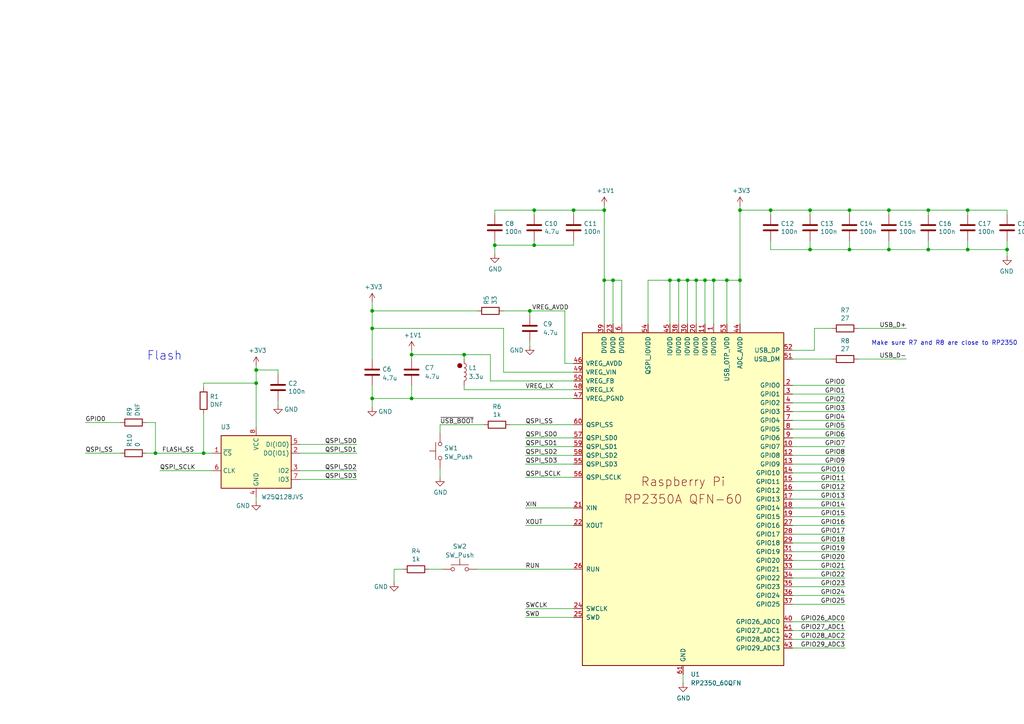
<source format=kicad_sch>
(kicad_sch (version 20231120) (generator "eeschema") (generator_version "8.0")
  (paper "A4")
  (title_block (title "Valera-2350A") (date "2025-01-30") (rev "1.0") (company "Mikhail Matveev") (comment 1 "https://github.com/xtremespb/frank"))
  (junction (at 320.675 207.01))
  (junction (at 257.81 60.96))
  (junction (at 153.67 90.17))
  (junction (at 209.55 327.66))
  (junction (at 119.38 102.87))
  (junction (at 209.55 335.28))
  (junction (at 194.31 81.28))
  (junction (at 280.67 72.39))
  (junction (at 209.55 325.12))
  (junction (at 175.26 81.28))
  (junction (at 154.94 71.12))
  (junction (at 214.63 60.96))
  (junction (at 281.94 340.36))
  (junction (at 209.55 322.58))
  (junction (at 196.85 81.28))
  (junction (at 88.265 229.87))
  (junction (at 167.64 251.46))
  (junction (at 134.62 102.87))
  (junction (at 149.86 267.97))
  (junction (at 119.38 115.57))
  (junction (at 223.52 60.96))
  (junction (at 209.55 330.2))
  (junction (at 210.82 81.28))
  (junction (at 66.675 240.03))
  (junction (at 154.94 60.96))
  (junction (at 207.01 81.28))
  (junction (at 281.94 332.74))
  (junction (at 269.24 72.39))
  (junction (at 281.94 312.42))
  (junction (at 281.94 322.58))
  (junction (at 292.1 72.39))
  (junction (at 281.94 304.8))
  (junction (at 281.94 335.28))
  (junction (at 246.38 72.39))
  (junction (at 209.55 320.04))
  (junction (at 204.47 81.28))
  (junction (at 74.295 107.315))
  (junction (at 209.55 307.34))
  (junction (at 199.39 81.28))
  (junction (at 281.94 342.9))
  (junction (at 175.26 60.96))
  (junction (at 74.295 111.125))
  (junction (at 107.95 115.57))
  (junction (at 281.94 314.96))
  (junction (at 280.67 60.96))
  (junction (at 281.94 317.5))
  (junction (at 257.81 72.39))
  (junction (at 269.24 60.96))
  (junction (at 209.55 317.5))
  (junction (at 209.55 314.96))
  (junction (at 177.8 251.46))
  (junction (at 166.37 60.96))
  (junction (at 281.94 337.82))
  (junction (at 281.94 330.2))
  (junction (at 281.94 309.88))
  (junction (at 209.55 342.9))
  (junction (at 209.55 332.74))
  (junction (at 209.55 304.8))
  (junction (at 281.94 307.34))
  (junction (at 209.55 302.26))
  (junction (at 281.94 325.12))
  (junction (at 234.95 60.96))
  (junction (at 88.265 240.03))
  (junction (at 209.55 337.82))
  (junction (at 234.95 72.39))
  (junction (at 214.63 81.28))
  (junction (at 281.94 320.04))
  (junction (at 107.95 90.17))
  (junction (at 209.55 340.36))
  (junction (at 177.8 81.28))
  (junction (at 246.38 60.96))
  (junction (at 59.055 131.445))
  (junction (at 45.085 131.445))
  (junction (at 281.94 302.26))
  (junction (at 281.94 327.66))
  (junction (at 213.36 251.46))
  (junction (at 209.55 309.88))
  (junction (at 201.93 81.28))
  (junction (at 107.95 95.25))
  (junction (at 143.51 71.12))
  (junction (at 209.55 312.42))
  (no_connect (at 160.02 261.62))
  (wire (pts (xy 229.87 127) (xy 245.11 127)))
  (wire (pts (xy 153.67 100.33) (xy 153.67 99.06)))
  (wire (pts (xy 24.765 122.555) (xy 34.925 122.555)))
  (wire (pts (xy 146.05 95.25) (xy 146.05 107.95)))
  (wire (pts (xy 281.94 330.2) (xy 281.94 332.74)))
  (wire (pts (xy 229.87 185.42) (xy 245.11 185.42)))
  (wire (pts (xy 281.94 314.96) (xy 281.94 317.5)))
  (wire (pts (xy 236.22 322.58) (xy 223.52 322.58)))
  (wire (pts (xy 267.97 325.12) (xy 255.27 325.12)))
  (wire (pts (xy 209.55 337.82) (xy 209.55 340.36)))
  (wire (pts (xy 320.675 198.12) (xy 320.675 207.01)))
  (wire (pts (xy 154.94 60.96) (xy 166.37 60.96)))
  (wire (pts (xy 267.97 309.88) (xy 255.27 309.88)))
  (wire (pts (xy 229.87 129.54) (xy 245.11 129.54)))
  (wire (pts (xy 213.36 251.46) (xy 213.36 250.19)))
  (wire (pts (xy 267.97 335.28) (xy 255.27 335.28)))
  (wire (pts (xy 88.265 231.14) (xy 88.265 229.87)))
  (wire (pts (xy 234.95 62.23) (xy 234.95 60.96)))
  (wire (pts (xy 234.95 69.85) (xy 234.95 72.39)))
  (wire (pts (xy 163.83 90.17) (xy 163.83 105.41)))
  (wire (pts (xy 236.22 327.66) (xy 223.52 327.66)))
  (wire (pts (xy 207.01 81.28) (xy 210.82 81.28)))
  (wire (pts (xy 154.94 62.23) (xy 154.94 60.96)))
  (wire (pts (xy 166.37 138.43) (xy 152.4 138.43)))
  (wire (pts (xy 154.94 71.12) (xy 166.37 71.12)))
  (wire (pts (xy 149.86 266.7) (xy 149.86 267.97)))
  (wire (pts (xy 229.87 167.64) (xy 245.11 167.64)))
  (wire (pts (xy 281.94 342.9) (xy 281.94 345.44)))
  (wire (pts (xy 229.87 111.76) (xy 245.11 111.76)))
  (wire (pts (xy 143.51 69.85) (xy 143.51 71.12)))
  (wire (pts (xy 167.64 250.19) (xy 167.64 251.46)))
  (wire (pts (xy 153.67 90.17) (xy 163.83 90.17)))
  (wire (pts (xy 281.94 332.74) (xy 281.94 335.28)))
  (wire (pts (xy 229.87 162.56) (xy 245.11 162.56)))
  (wire (pts (xy 236.22 332.74) (xy 223.52 332.74)))
  (wire (pts (xy 281.94 309.88) (xy 281.94 312.42)))
  (wire (pts (xy 209.55 342.9) (xy 209.55 345.44)))
  (wire (pts (xy 246.38 62.23) (xy 246.38 60.96)))
  (wire (pts (xy 127.635 123.19) (xy 127.635 125.73)))
  (wire (pts (xy 166.37 176.53) (xy 152.4 176.53)))
  (wire (pts (xy 267.97 322.58) (xy 255.27 322.58)))
  (wire (pts (xy 107.95 90.17) (xy 107.95 95.25)))
  (wire (pts (xy 223.52 62.23) (xy 223.52 60.96)))
  (wire (pts (xy 88.265 240.03) (xy 102.235 240.03)))
  (wire (pts (xy 281.94 307.34) (xy 281.94 309.88)))
  (wire (pts (xy 223.52 69.85) (xy 223.52 72.39)))
  (wire (pts (xy 107.95 95.25) (xy 146.05 95.25)))
  (wire (pts (xy 107.95 95.25) (xy 107.95 104.14)))
  (wire (pts (xy 210.82 335.28) (xy 209.55 335.28)))
  (wire (pts (xy 66.675 240.03) (xy 66.675 242.57)))
  (wire (pts (xy 267.97 330.2) (xy 255.27 330.2)))
  (wire (pts (xy 209.55 340.36) (xy 209.55 342.9)))
  (wire (pts (xy 199.39 93.98) (xy 199.39 81.28)))
  (wire (pts (xy 152.4 266.7) (xy 152.4 267.97)))
  (wire (pts (xy 209.55 317.5) (xy 209.55 320.04)))
  (wire (pts (xy 187.96 93.98) (xy 187.96 81.28)))
  (wire (pts (xy 46.355 136.525) (xy 61.595 136.525)))
  (wire (pts (xy 74.295 106.045) (xy 74.295 107.315)))
  (wire (pts (xy 66.675 229.87) (xy 66.675 240.03)))
  (wire (pts (xy 210.82 81.28) (xy 214.63 81.28)))
  (wire (pts (xy 257.81 60.96) (xy 269.24 60.96)))
  (wire (pts (xy 280.67 320.04) (xy 281.94 320.04)))
  (wire (pts (xy 69.215 229.87) (xy 66.675 229.87)))
  (wire (pts (xy 153.67 90.17) (xy 153.67 91.44)))
  (wire (pts (xy 269.24 72.39) (xy 257.81 72.39)))
  (wire (pts (xy 236.22 335.28) (xy 223.52 335.28)))
  (wire (pts (xy 229.87 175.26) (xy 245.11 175.26)))
  (wire (pts (xy 42.545 122.555) (xy 45.085 122.555)))
  (wire (pts (xy 201.93 81.28) (xy 204.47 81.28)))
  (wire (pts (xy 160.02 259.08) (xy 168.91 259.08)))
  (wire (pts (xy 234.95 72.39) (xy 223.52 72.39)))
  (wire (pts (xy 269.24 69.85) (xy 269.24 72.39)))
  (wire (pts (xy 175.26 60.96) (xy 175.26 81.28)))
  (wire (pts (xy 196.85 81.28) (xy 199.39 81.28)))
  (wire (pts (xy 281.94 322.58) (xy 281.94 325.12)))
  (wire (pts (xy 280.67 335.28) (xy 281.94 335.28)))
  (wire (pts (xy 229.87 139.7) (xy 245.11 139.7)))
  (wire (pts (xy 201.93 93.98) (xy 201.93 81.28)))
  (wire (pts (xy 59.055 111.125) (xy 74.295 111.125)))
  (wire (pts (xy 146.05 107.95) (xy 166.37 107.95)))
  (wire (pts (xy 280.67 342.9) (xy 281.94 342.9)))
  (wire (pts (xy 280.67 317.5) (xy 281.94 317.5)))
  (wire (pts (xy 199.39 81.28) (xy 201.93 81.28)))
  (wire (pts (xy 177.8 252.73) (xy 177.8 251.46)))
  (wire (pts (xy 280.67 312.42) (xy 281.94 312.42)))
  (wire (pts (xy 107.95 87.63) (xy 107.95 90.17)))
  (wire (pts (xy 210.82 327.66) (xy 209.55 327.66)))
  (wire (pts (xy 281.94 304.8) (xy 281.94 307.34)))
  (wire (pts (xy 107.95 115.57) (xy 119.38 115.57)))
  (wire (pts (xy 229.87 132.08) (xy 245.11 132.08)))
  (wire (pts (xy 116.84 165.1) (xy 114.3 165.1)))
  (wire (pts (xy 234.95 60.96) (xy 246.38 60.96)))
  (wire (pts (xy 59.055 112.395) (xy 59.055 111.125)))
  (wire (pts (xy 119.38 104.14) (xy 119.38 102.87)))
  (wire (pts (xy 236.22 344.17) (xy 236.22 342.9)))
  (wire (pts (xy 229.87 114.3) (xy 245.11 114.3)))
  (wire (pts (xy 86.995 139.065) (xy 103.505 139.065)))
  (wire (pts (xy 166.37 123.19) (xy 147.955 123.19)))
  (wire (pts (xy 143.51 62.23) (xy 143.51 60.96)))
  (wire (pts (xy 209.55 304.8) (xy 209.55 307.34)))
  (wire (pts (xy 107.95 111.76) (xy 107.95 115.57)))
  (wire (pts (xy 280.67 307.34) (xy 281.94 307.34)))
  (wire (pts (xy 327.66 205.74) (xy 327.66 207.01)))
  (wire (pts (xy 267.97 337.82) (xy 255.27 337.82)))
  (wire (pts (xy 236.22 325.12) (xy 223.52 325.12)))
  (wire (pts (xy 267.97 320.04) (xy 255.27 320.04)))
  (wire (pts (xy 281.94 320.04) (xy 281.94 322.58)))
  (wire (pts (xy 166.37 110.49) (xy 142.24 110.49)))
  (wire (pts (xy 59.055 120.015) (xy 59.055 131.445)))
  (wire (pts (xy 74.295 144.145) (xy 74.295 145.415)))
  (wire (pts (xy 281.94 299.72) (xy 281.94 302.26)))
  (wire (pts (xy 280.67 337.82) (xy 281.94 337.82)))
  (wire (pts (xy 229.87 172.72) (xy 245.11 172.72)))
  (wire (pts (xy 140.335 123.19) (xy 127.635 123.19)))
  (wire (pts (xy 309.88 200.66) (xy 322.58 200.66)))
  (wire (pts (xy 281.94 335.28) (xy 281.94 337.82)))
  (wire (pts (xy 267.97 304.8) (xy 255.27 304.8)))
  (wire (pts (xy 229.87 187.96) (xy 245.11 187.96)))
  (wire (pts (xy 248.92 104.14) (xy 262.89 104.14)))
  (wire (pts (xy 281.94 327.66) (xy 281.94 330.2)))
  (wire (pts (xy 175.26 81.28) (xy 175.26 93.98)))
  (wire (pts (xy 267.97 327.66) (xy 255.27 327.66)))
  (wire (pts (xy 267.97 302.26) (xy 255.27 302.26)))
  (wire (pts (xy 59.055 131.445) (xy 61.595 131.445)))
  (wire (pts (xy 280.67 299.72) (xy 281.94 299.72)))
  (wire (pts (xy 214.63 81.28) (xy 214.63 93.98)))
  (wire (pts (xy 119.38 101.6) (xy 119.38 102.87)))
  (wire (pts (xy 109.855 240.03) (xy 120.015 240.03)))
  (wire (pts (xy 76.835 240.03) (xy 88.265 240.03)))
  (wire (pts (xy 119.38 115.57) (xy 166.37 115.57)))
  (wire (pts (xy 236.22 314.96) (xy 223.52 314.96)))
  (wire (pts (xy 107.95 115.57) (xy 107.95 118.11)))
  (wire (pts (xy 167.64 251.46) (xy 177.8 251.46)))
  (wire (pts (xy 210.82 317.5) (xy 209.55 317.5)))
  (wire (pts (xy 69.215 240.03) (xy 66.675 240.03)))
  (wire (pts (xy 280.67 340.36) (xy 281.94 340.36)))
  (wire (pts (xy 107.95 90.17) (xy 138.43 90.17)))
  (wire (pts (xy 280.67 330.2) (xy 281.94 330.2)))
  (wire (pts (xy 74.295 111.125) (xy 74.295 123.825)))
  (wire (pts (xy 143.51 71.12) (xy 143.51 73.66)))
  (wire (pts (xy 204.47 81.28) (xy 207.01 81.28)))
  (wire (pts (xy 24.765 131.445) (xy 34.925 131.445)))
  (wire (pts (xy 236.22 337.82) (xy 223.52 337.82)))
  (wire (pts (xy 203.2 251.46) (xy 213.36 251.46)))
  (wire (pts (xy 210.82 299.72) (xy 209.55 299.72)))
  (wire (pts (xy 210.82 337.82) (xy 209.55 337.82)))
  (wire (pts (xy 229.87 170.18) (xy 245.11 170.18)))
  (wire (pts (xy 154.94 69.85) (xy 154.94 71.12)))
  (wire (pts (xy 269.24 60.96) (xy 280.67 60.96)))
  (wire (pts (xy 280.67 302.26) (xy 281.94 302.26)))
  (wire (pts (xy 280.67 322.58) (xy 281.94 322.58)))
  (wire (pts (xy 236.22 299.72) (xy 236.22 298.45)))
  (wire (pts (xy 281.94 337.82) (xy 281.94 340.36)))
  (wire (pts (xy 255.27 342.9) (xy 267.97 342.9)))
  (wire (pts (xy 74.295 107.315) (xy 74.295 111.125)))
  (wire (pts (xy 292.1 69.85) (xy 292.1 72.39)))
  (wire (pts (xy 42.545 131.445) (xy 45.085 131.445)))
  (wire (pts (xy 86.995 136.525) (xy 103.505 136.525)))
  (wire (pts (xy 152.4 147.32) (xy 166.37 147.32)))
  (wire (pts (xy 198.12 195.58) (xy 198.12 198.12)))
  (wire (pts (xy 152.4 132.08) (xy 166.37 132.08)))
  (wire (pts (xy 81.915 234.95) (xy 83.185 234.95)))
  (wire (pts (xy 281.94 317.5) (xy 281.94 320.04)))
  (wire (pts (xy 177.8 260.35) (xy 177.8 261.62)))
  (wire (pts (xy 180.34 81.28) (xy 180.34 93.98)))
  (wire (pts (xy 194.31 93.98) (xy 194.31 81.28)))
  (wire (pts (xy 229.87 182.88) (xy 245.11 182.88)))
  (wire (pts (xy 229.87 116.84) (xy 245.11 116.84)))
  (wire (pts (xy 143.51 60.96) (xy 154.94 60.96)))
  (wire (pts (xy 142.24 110.49) (xy 142.24 102.87)))
  (wire (pts (xy 267.97 299.72) (xy 255.27 299.72)))
  (wire (pts (xy 280.67 332.74) (xy 281.94 332.74)))
  (wire (pts (xy 236.22 342.9) (xy 223.52 342.9)))
  (wire (pts (xy 80.645 107.315) (xy 74.295 107.315)))
  (wire (pts (xy 209.55 302.26) (xy 209.55 304.8)))
  (wire (pts (xy 229.87 137.16) (xy 245.11 137.16)))
  (wire (pts (xy 280.67 62.23) (xy 280.67 60.96)))
  (wire (pts (xy 152.4 127) (xy 166.37 127)))
  (wire (pts (xy 209.55 312.42) (xy 209.55 314.96)))
  (wire (pts (xy 236.22 95.25) (xy 236.22 101.6)))
  (wire (pts (xy 229.87 144.78) (xy 245.11 144.78)))
  (wire (pts (xy 280.67 314.96) (xy 281.94 314.96)))
  (wire (pts (xy 257.81 69.85) (xy 257.81 72.39)))
  (wire (pts (xy 214.63 59.69) (xy 214.63 60.96)))
  (wire (pts (xy 257.81 62.23) (xy 257.81 60.96)))
  (wire (pts (xy 229.87 154.94) (xy 245.11 154.94)))
  (wire (pts (xy 209.55 320.04) (xy 209.55 322.58)))
  (wire (pts (xy 146.05 90.17) (xy 153.67 90.17)))
  (wire (pts (xy 152.4 129.54) (xy 166.37 129.54)))
  (wire (pts (xy 210.82 325.12) (xy 209.55 325.12)))
  (wire (pts (xy 152.4 134.62) (xy 166.37 134.62)))
  (wire (pts (xy 269.24 62.23) (xy 269.24 60.96)))
  (wire (pts (xy 210.82 330.2) (xy 209.55 330.2)))
  (wire (pts (xy 229.87 134.62) (xy 245.11 134.62)))
  (wire (pts (xy 124.46 165.1) (xy 128.27 165.1)))
  (wire (pts (xy 127.635 135.89) (xy 127.635 138.43)))
  (wire (pts (xy 280.67 72.39) (xy 269.24 72.39)))
  (wire (pts (xy 80.645 108.585) (xy 80.645 107.315)))
  (wire (pts (xy 209.55 299.72) (xy 209.55 302.26)))
  (wire (pts (xy 194.945 313.055) (xy 194.945 315.595)))
  (wire (pts (xy 280.67 309.88) (xy 281.94 309.88)))
  (wire (pts (xy 166.37 60.96) (xy 175.26 60.96)))
  (wire (pts (xy 229.87 160.02) (xy 245.11 160.02)))
  (wire (pts (xy 267.97 312.42) (xy 255.27 312.42)))
  (wire (pts (xy 246.38 60.96) (xy 257.81 60.96)))
  (wire (pts (xy 257.81 72.39) (xy 246.38 72.39)))
  (wire (pts (xy 214.63 60.96) (xy 223.52 60.96)))
  (wire (pts (xy 134.62 113.03) (xy 166.37 113.03)))
  (wire (pts (xy 119.38 111.76) (xy 119.38 115.57)))
  (wire (pts (xy 229.87 149.86) (xy 245.11 149.86)))
  (wire (pts (xy 119.38 102.87) (xy 134.62 102.87)))
  (wire (pts (xy 152.4 267.97) (xy 149.86 267.97)))
  (wire (pts (xy 246.38 69.85) (xy 246.38 72.39)))
  (wire (pts (xy 166.37 179.07) (xy 152.4 179.07)))
  (wire (pts (xy 281.94 312.42) (xy 281.94 314.96)))
  (wire (pts (xy 236.22 95.25) (xy 241.3 95.25)))
  (wire (pts (xy 210.82 309.88) (xy 209.55 309.88)))
  (wire (pts (xy 209.55 307.34) (xy 209.55 309.88)))
  (wire (pts (xy 177.8 81.28) (xy 180.34 81.28)))
  (wire (pts (xy 236.22 340.36) (xy 223.52 340.36)))
  (wire (pts (xy 93.345 234.95) (xy 94.615 234.95)))
  (wire (pts (xy 196.85 93.98) (xy 196.85 81.28)))
  (wire (pts (xy 320.675 207.01) (xy 327.66 207.01)))
  (wire (pts (xy 281.94 340.36) (xy 281.94 342.9)))
  (wire (pts (xy 229.87 165.1) (xy 245.11 165.1)))
  (wire (pts (xy 210.82 302.26) (xy 209.55 302.26)))
  (wire (pts (xy 210.82 320.04) (xy 209.55 320.04)))
  (wire (pts (xy 209.55 325.12) (xy 209.55 327.66)))
  (wire (pts (xy 248.92 95.25) (xy 262.89 95.25)))
  (wire (pts (xy 236.22 320.04) (xy 223.52 320.04)))
  (wire (pts (xy 236.22 312.42) (xy 223.52 312.42)))
  (wire (pts (xy 255.27 344.17) (xy 255.27 342.9)))
  (wire (pts (xy 210.82 93.98) (xy 210.82 81.28)))
  (wire (pts (xy 236.22 302.26) (xy 223.52 302.26)))
  (wire (pts (xy 210.82 340.36) (xy 209.55 340.36)))
  (wire (pts (xy 175.26 59.69) (xy 175.26 60.96)))
  (wire (pts (xy 309.88 195.58) (xy 322.58 195.58)))
  (wire (pts (xy 229.87 119.38) (xy 245.11 119.38)))
  (wire (pts (xy 280.67 72.39) (xy 292.1 72.39)))
  (wire (pts (xy 292.1 72.39) (xy 292.1 74.295)))
  (wire (pts (xy 267.97 317.5) (xy 255.27 317.5)))
  (wire (pts (xy 134.62 113.03) (xy 134.62 111.76)))
  (wire (pts (xy 267.97 332.74) (xy 255.27 332.74)))
  (wire (pts (xy 229.87 157.48) (xy 245.11 157.48)))
  (wire (pts (xy 280.67 327.66) (xy 281.94 327.66)))
  (wire (pts (xy 210.82 307.34) (xy 209.55 307.34)))
  (wire (pts (xy 45.085 122.555) (xy 45.085 131.445)))
  (wire (pts (xy 236.22 307.34) (xy 223.52 307.34)))
  (wire (pts (xy 229.87 180.34) (xy 245.11 180.34)))
  (wire (pts (xy 280.67 60.96) (xy 292.1 60.96)))
  (wire (pts (xy 210.82 312.42) (xy 209.55 312.42)))
  (wire (pts (xy 194.31 81.28) (xy 196.85 81.28)))
  (wire (pts (xy 209.55 330.2) (xy 209.55 332.74)))
  (wire (pts (xy 204.47 93.98) (xy 204.47 81.28)))
  (wire (pts (xy 236.22 330.2) (xy 223.52 330.2)))
  (wire (pts (xy 280.67 304.8) (xy 281.94 304.8)))
  (wire (pts (xy 229.87 152.4) (xy 245.11 152.4)))
  (wire (pts (xy 134.62 102.87) (xy 134.62 104.14)))
  (wire (pts (xy 195.58 259.08) (xy 195.58 260.35)))
  (wire (pts (xy 209.55 322.58) (xy 209.55 325.12)))
  (wire (pts (xy 236.22 304.8) (xy 223.52 304.8)))
  (wire (pts (xy 229.87 147.32) (xy 245.11 147.32)))
  (wire (pts (xy 45.085 131.445) (xy 59.055 131.445)))
  (wire (pts (xy 160.02 256.54) (xy 168.91 256.54)))
  (wire (pts (xy 166.37 62.23) (xy 166.37 60.96)))
  (wire (pts (xy 229.87 101.6) (xy 236.22 101.6)))
  (wire (pts (xy 210.82 314.96) (xy 209.55 314.96)))
  (wire (pts (xy 213.36 252.73) (xy 213.36 251.46)))
  (wire (pts (xy 246.38 72.39) (xy 234.95 72.39)))
  (wire (pts (xy 143.51 71.12) (xy 154.94 71.12)))
  (wire (pts (xy 236.22 299.72) (xy 223.52 299.72)))
  (wire (pts (xy 187.96 81.28) (xy 194.31 81.28)))
  (wire (pts (xy 267.97 307.34) (xy 255.27 307.34)))
  (wire (pts (xy 281.94 302.26) (xy 281.94 304.8)))
  (wire (pts (xy 160.02 251.46) (xy 167.64 251.46)))
  (wire (pts (xy 177.8 81.28) (xy 175.26 81.28)))
  (wire (pts (xy 187.96 251.46) (xy 177.8 251.46)))
  (wire (pts (xy 207.01 81.28) (xy 207.01 93.98)))
  (wire (pts (xy 322.58 198.12) (xy 320.675 198.12)))
  (wire (pts (xy 88.265 229.87) (xy 120.015 229.87)))
  (wire (pts (xy 149.86 267.97) (xy 149.86 269.24)))
  (wire (pts (xy 210.82 332.74) (xy 209.55 332.74)))
  (wire (pts (xy 213.36 260.35) (xy 213.36 261.62)))
  (wire (pts (xy 209.55 327.66) (xy 209.55 330.2)))
  (wire (pts (xy 229.87 104.14) (xy 241.3 104.14)))
  (wire (pts (xy 142.24 102.87) (xy 134.62 102.87)))
  (wire (pts (xy 114.3 165.1) (xy 114.3 168.91)))
  (wire (pts (xy 88.265 238.76) (xy 88.265 240.03)))
  (wire (pts (xy 229.87 124.46) (xy 245.11 124.46)))
  (wire (pts (xy 229.87 142.24) (xy 245.11 142.24)))
  (wire (pts (xy 209.55 309.88) (xy 209.55 312.42)))
  (wire (pts (xy 236.22 317.5) (xy 223.52 317.5)))
  (wire (pts (xy 214.63 60.96) (xy 214.63 81.28)))
  (wire (pts (xy 210.82 304.8) (xy 209.55 304.8)))
  (wire (pts (xy 229.87 121.92) (xy 245.11 121.92)))
  (wire (pts (xy 163.83 105.41) (xy 166.37 105.41)))
  (wire (pts (xy 281.94 325.12) (xy 281.94 327.66)))
  (wire (pts (xy 194.945 323.215) (xy 194.945 324.485)))
  (wire (pts (xy 86.995 128.905) (xy 103.505 128.905)))
  (wire (pts (xy 236.22 309.88) (xy 223.52 309.88)))
  (wire (pts (xy 209.55 332.74) (xy 209.55 335.28)))
  (wire (pts (xy 223.52 60.96) (xy 234.95 60.96)))
  (wire (pts (xy 166.37 152.4) (xy 152.4 152.4)))
  (wire (pts (xy 320.675 207.01) (xy 320.675 208.915)))
  (wire (pts (xy 210.82 342.9) (xy 209.55 342.9)))
  (wire (pts (xy 210.82 322.58) (xy 209.55 322.58)))
  (wire (pts (xy 292.1 62.23) (xy 292.1 60.96)))
  (wire (pts (xy 209.55 335.28) (xy 209.55 337.82)))
  (wire (pts (xy 267.97 314.96) (xy 255.27 314.96)))
  (wire (pts (xy 280.67 325.12) (xy 281.94 325.12)))
  (wire (pts (xy 267.97 340.36) (xy 255.27 340.36)))
  (wire (pts (xy 76.835 229.87) (xy 88.265 229.87)))
  (wire (pts (xy 86.995 131.445) (xy 103.505 131.445)))
  (wire (pts (xy 166.37 71.12) (xy 166.37 69.85)))
  (wire (pts (xy 177.8 93.98) (xy 177.8 81.28)))
  (wire (pts (xy 138.43 165.1) (xy 166.37 165.1)))
  (wire (pts (xy 280.67 69.85) (xy 280.67 72.39)))
  (wire (pts (xy 80.645 116.205) (xy 80.645 117.475)))
  (wire (pts (xy 209.55 314.96) (xy 209.55 317.5)))
  (circle (center 133.35 106.045) (radius 0.635) (stroke (width 0) (color 132 0 0 1)) (fill (type color) (color 132 0 0 1)))
  (text "JST Debug Connector" (at 321.31 191.77 0) (effects (font (size 1.27 1.27)) (justify left bottom)))
  (text "IOs" (at 245.11 288.29 0) (effects (font (size 2.54 2.54)) (justify left bottom)))
  (text "Flash" (at 42.545 104.775 0) (effects (font (size 2.54 2.54)) (justify left bottom)))
  (text "Make sure R7 and R8 are close to RP2350\n" (at 252.73 100.33 0) (effects (font (size 1.27 1.27)) (justify left bottom)))
  (text "12MHz Crystal" (at 78.105 222.25 0) (effects (font (size 2.54 2.54)) (justify left bottom)))
  (text "Power" (at 173.99 240.03 0) (effects (font (size 2.54 2.54)) (justify left bottom)))
  (label "XIN" (at 152.4 147.32 0))
  (label "GPIO26_ADC0" (at 255.27 307.34 0))
  (label "USB_D+" (at 262.89 95.25 180))
  (label "GPIO26_ADC0" (at 245.11 180.34 180))
  (label "QSPI_SS" (at 24.765 131.445 0))
  (label "GPIO25" (at 255.27 309.88 0))
  (label "RUN" (at 255.27 335.28 0))
  (label "GPIO11" (at 236.22 330.2 180))
  (label "XOUT" (at 152.4 152.4 0))
  (label "GPIO2" (at 245.11 116.84 180))
  (label "GPIO1" (at 245.11 114.3 180))
  (label "GPIO3" (at 236.22 309.88 180))
  (label "GPIO15" (at 236.22 340.36 180))
  (label "GPIO21" (at 255.27 320.04 0))
  (label "GPIO20" (at 255.27 322.58 0))
  (label "GPIO8" (at 236.22 322.58 180))
  (label "SWCLK" (at 255.27 340.36 0))
  (label "GPIO0" (at 24.765 122.555 0))
  (label "GPIO17" (at 255.27 330.2 0))
  (label "GPIO1" (at 236.22 304.8 180))
  (label "GPIO28_ADC2" (at 255.27 302.26 0))
  (label "GPIO18" (at 255.27 327.66 0))
  (label "QSPI_SD2" (at 103.505 136.525 180))
  (label "FLASH_SS" (at 46.99 131.445 0))
  (label "GPIO27_ADC1" (at 255.27 304.8 0))
  (label "GPIO0" (at 245.11 111.76 180))
  (label "GPIO14" (at 245.11 147.32 180))
  (label "RUN" (at 152.4 165.1 0))
  (label "QSPI_SD0" (at 152.4 127 0))
  (label "QSPI_SD0" (at 103.505 128.905 180))
  (label "GPIO16" (at 255.27 332.74 0))
  (label "QSPI_SS" (at 152.4 123.19 0))
  (label "SWCLK" (at 152.4 176.53 0))
  (label "GPIO22" (at 255.27 317.5 0))
  (label "GPIO25" (at 245.11 175.26 180))
  (label "SWD" (at 255.27 337.82 0))
  (label "GPIO12" (at 236.22 332.74 180))
  (label "GPIO10" (at 236.22 327.66 180))
  (label "GPIO19" (at 255.27 325.12 0))
  (label "SWCLK" (at 309.88 195.58 0))
  (label "QSPI_SD3" (at 103.505 139.065 180))
  (label "GPIO24" (at 245.11 172.72 180))
  (label "GPIO4" (at 245.11 121.92 180))
  (label "GPIO7" (at 236.22 320.04 180))
  (label "XOUT" (at 120.015 240.03 180))
  (label "GPIO5" (at 245.11 124.46 180))
  (label "QSPI_SD2" (at 152.4 132.08 0))
  (label "GPIO19" (at 245.11 160.02 180))
  (label "USB_D+" (at 168.91 256.54 180))
  (label "USB_D-" (at 262.89 104.14 180))
  (label "GPIO8" (at 245.11 132.08 180))
  (label "GPIO6" (at 236.22 317.5 180))
  (label "~{USB_BOOT}" (at 127.635 123.19 0))
  (label "XIN" (at 120.015 229.87 180))
  (label "GPIO10" (at 245.11 137.16 180))
  (label "VREG_AVDD" (at 154.305 90.17 0))
  (label "GPIO18" (at 245.11 157.48 180))
  (label "GPIO9" (at 245.11 134.62 180))
  (label "GPIO20" (at 245.11 162.56 180))
  (label "USB_D-" (at 168.91 259.08 180))
  (label "GPIO12" (at 245.11 142.24 180))
  (label "GPIO22" (at 245.11 167.64 180))
  (label "GPIO0" (at 236.22 302.26 180))
  (label "QSPI_SD1" (at 152.4 129.54 0))
  (label "GPIO24" (at 255.27 312.42 0))
  (label "GPIO4" (at 236.22 312.42 180))
  (label "QSPI_SCLK" (at 152.4 138.43 0))
  (label "QSPI_SCLK" (at 46.355 136.525 0))
  (label "GPIO13" (at 245.11 144.78 180))
  (label "GPIO13" (at 236.22 335.28 180))
  (label "GPIO17" (at 245.11 154.94 180))
  (label "GPIO29_ADC3" (at 245.11 187.96 180))
  (label "GPIO2" (at 236.22 307.34 180))
  (label "GPIO28_ADC2" (at 245.11 185.42 180))
  (label "SWD" (at 309.88 200.66 0))
  (label "GPIO14" (at 236.22 337.82 180))
  (label "GPIO27_ADC1" (at 245.11 182.88 180))
  (label "GPIO3" (at 245.11 119.38 180))
  (label "GPIO11" (at 245.11 139.7 180))
  (label "GPIO29_ADC3" (at 255.27 299.72 0))
  (label "QSPI_SD1" (at 103.505 131.445 180))
  (label "VREG_LX" (at 152.4 113.03 0))
  (label "SWD" (at 152.4 179.07 0))
  (label "GPIO7" (at 245.11 129.54 180))
  (label "GPIO9" (at 236.22 325.12 180))
  (label "GPIO23" (at 255.27 314.96 0))
  (label "GPIO6" (at 245.11 127 180))
  (label "GPIO5" (at 236.22 314.96 180))
  (label "GPIO15" (at 245.11 149.86 180))
  (label "GPIO21" (at 245.11 165.1 180))
  (label "GPIO16" (at 245.11 152.4 180))
  (label "QSPI_SD3" (at 152.4 134.62 0))
  (label "GPIO23" (at 245.11 170.18 180))
  (symbol (lib_id "Memory_Flash:W25Q128JVS") (at 74.295 133.985 0) (unit 1)
    (property "Reference" "U3" (at 65.405 123.825 0))
    (property "Value" "W25Q128JVS" (at 81.915 144.145 0))
    (property "Footprint" "Package_SO:SOIC-8_5.23x5.23mm_P1.27mm" (effects (hide yes)))
    (property "Datasheet" "http://www.winbond.com/resource-files/w25q128jv_dtr%20revc%2003272018%20plus.pdf" (effects (hide yes)))
  )
  (symbol (lib_id "power:+3V3") (at 74.295 106.045 0) (unit 1)
    (property "Reference" "#PWR04" (effects (hide yes)))
    (property "Value" "+3V3" (at 74.676 101.6508 0))
  )
  (symbol (lib_id "power:GND") (at 74.295 145.415 0) (unit 1)
    (property "Reference" "#PWR05" (effects (hide yes)))
    (property "Value" "GND" (at 70.485 146.685 0))
  )
  (symbol (lib_id "Device:R") (at 59.055 116.205 0) (unit 1)
    (property "Reference" "R1" (at 60.833 115.0366 0) (effects (justify left)))
    (property "Value" "DNF" (at 60.833 117.348 0) (effects (justify left)))
    (property "Footprint" "Resistor_SMD:R_0402_1005Metric" (effects (hide yes)))
  )
  (symbol (lib_id "Device:C") (at 80.645 112.395 0) (unit 1)
    (property "Reference" "C2" (at 83.566 111.2266 0) (effects (justify left)))
    (property "Value" "100n" (at 83.566 113.538 0) (effects (justify left)))
    (property "Footprint" "Capacitor_SMD:C_0402_1005Metric" (effects (hide yes)))
  )
  (symbol (lib_id "power:GND") (at 80.645 117.475 0) (unit 1)
    (property "Reference" "#PWR06" (effects (hide yes)))
    (property "Value" "GND" (at 84.455 118.745 0))
  )
  (symbol (lib_id "Connector:USB_B_Micro") (at 152.4 256.54 0) (unit 1)
    (property "Reference" "J1" (at 148.59 246.38 0) (effects (justify right)))
    (property "Value" "USB_B_Micro" (at 166.37 266.7 0) (effects (justify right)))
    (property "Footprint" "Connector_USB:USB_Micro-B_Amphenol_10103594-0001LF_Horizontal" (effects (hide yes)))
  )
  (symbol (lib_id "power:GND") (at 198.12 198.12 0) (unit 1)
    (property "Reference" "#PWR021" (effects (hide yes)))
    (property "Value" "GND" (at 198.247 202.5142 0))
  )
  (symbol (lib_id "Device:R") (at 245.11 95.25 270) (unit 1)
    (property "Reference" "R7" (at 245.11 89.9922 90))
    (property "Value" "27" (at 245.11 92.3036 90))
    (property "Footprint" "Resistor_SMD:R_0402_1005Metric" (effects (hide yes)))
  )
  (symbol (lib_id "Device:R") (at 245.11 104.14 270) (unit 1)
    (property "Reference" "R8" (at 245.11 98.8822 90))
    (property "Value" "27" (at 245.11 101.1936 90))
    (property "Footprint" "Resistor_SMD:R_0402_1005Metric" (effects (hide yes)))
  )
  (symbol (lib_id "power:GND") (at 149.86 269.24 0) (unit 1)
    (property "Reference" "#PWR01" (effects (hide yes)))
    (property "Value" "GND" (at 149.987 273.6342 0))
  )
  (symbol (lib_id "power:GND") (at 236.22 344.17 0) (mirror y) (unit 1)
    (property "Reference" "#PWR026" (effects (hide yes)))
    (property "Value" "GND" (at 236.093 348.5642 0))
  )
  (symbol (lib_id "power:GND") (at 255.27 344.17 0) (unit 1)
    (property "Reference" "#PWR029" (effects (hide yes)))
    (property "Value" "GND" (at 255.397 348.5642 0))
  )
  (symbol (lib_id "power:+3V3") (at 214.63 59.69 0) (unit 1)
    (property "Reference" "#PWR022" (effects (hide yes)))
    (property "Value" "+3V3" (at 215.011 55.2958 0))
  )
  (symbol (lib_id "Device:C") (at 223.52 66.04 0) (unit 1)
    (property "Reference" "C12" (at 226.441 64.8716 0) (effects (justify left)))
    (property "Value" "100n" (at 226.441 67.183 0) (effects (justify left)))
    (property "Footprint" "Capacitor_SMD:C_0402_1005Metric" (effects (hide yes)))
  )
  (symbol (lib_id "Device:C") (at 234.95 66.04 0) (unit 1)
    (property "Reference" "C13" (at 237.871 64.8716 0) (effects (justify left)))
    (property "Value" "100n" (at 237.871 67.183 0) (effects (justify left)))
    (property "Footprint" "Capacitor_SMD:C_0402_1005Metric" (effects (hide yes)))
  )
  (symbol (lib_id "Device:C") (at 246.38 66.04 0) (unit 1)
    (property "Reference" "C14" (at 249.301 64.8716 0) (effects (justify left)))
    (property "Value" "100n" (at 249.301 67.183 0) (effects (justify left)))
    (property "Footprint" "Capacitor_SMD:C_0402_1005Metric" (effects (hide yes)))
  )
  (symbol (lib_id "Device:C") (at 257.81 66.04 0) (unit 1)
    (property "Reference" "C15" (at 260.731 64.8716 0) (effects (justify left)))
    (property "Value" "100n" (at 260.731 67.183 0) (effects (justify left)))
    (property "Footprint" "Capacitor_SMD:C_0402_1005Metric" (effects (hide yes)))
  )
  (symbol (lib_id "Device:C") (at 269.24 66.04 0) (unit 1)
    (property "Reference" "C16" (at 272.161 64.8716 0) (effects (justify left)))
    (property "Value" "100n" (at 272.161 67.183 0) (effects (justify left)))
    (property "Footprint" "Capacitor_SMD:C_0402_1005Metric" (effects (hide yes)))
  )
  (symbol (lib_id "Device:C") (at 280.67 66.04 0) (unit 1)
    (property "Reference" "C17" (at 283.591 64.8716 0) (effects (justify left)))
    (property "Value" "100n" (at 283.591 67.183 0) (effects (justify left)))
    (property "Footprint" "Capacitor_SMD:C_0402_1005Metric" (effects (hide yes)))
  )
  (symbol (lib_id "Mechanical:MountingHole") (at 251.46 259.08 0) (unit 1)
    (property "Reference" "H1" (at 254 257.9116 0) (effects (justify left)))
    (property "Value" "MountingHole" (at 254 260.223 0) (effects (justify left)))
    (property "Footprint" "MountingHole:MountingHole_2.7mm_M2.5" (effects (hide yes)))
  )
  (symbol (lib_id "Mechanical:MountingHole") (at 251.46 264.16 0) (unit 1)
    (property "Reference" "H2" (at 254 262.9916 0) (effects (justify left)))
    (property "Value" "MountingHole" (at 254 265.303 0) (effects (justify left)))
    (property "Footprint" "MountingHole:MountingHole_2.7mm_M2.5" (effects (hide yes)))
  )
  (symbol (lib_id "Mechanical:MountingHole") (at 251.46 269.24 0) (unit 1)
    (property "Reference" "H3" (at 254 268.0716 0) (effects (justify left)))
    (property "Value" "MountingHole" (at 254 270.383 0) (effects (justify left)))
    (property "Footprint" "MountingHole:MountingHole_2.7mm_M2.5" (effects (hide yes)))
  )
  (symbol (lib_id "Mechanical:MountingHole") (at 251.46 274.32 0) (unit 1)
    (property "Reference" "H4" (at 254 273.1516 0) (effects (justify left)))
    (property "Value" "MountingHole" (at 254 275.463 0) (effects (justify left)))
    (property "Footprint" "MountingHole:MountingHole_2.7mm_M2.5" (effects (hide yes)))
  )
  (symbol (lib_id "Regulator_Linear:NCP1117-3.3_SOT223") (at 195.58 251.46 0) (unit 1)
    (property "Reference" "U2" (at 195.58 245.3132 0))
    (property "Value" "NCP1117-3.3_SOT223" (at 195.58 247.6246 0))
    (property "Footprint" "Package_TO_SOT_SMD:SOT-223-3_TabPin2" (effects (hide yes)))
    (property "Datasheet" "http://www.onsemi.com/pub_link/Collateral/NCP1117-D.PDF" (effects (hide yes)))
  )
  (symbol (lib_id "power:VBUS") (at 167.64 250.19 0) (unit 1)
    (property "Reference" "#PWR02" (effects (hide yes)))
    (property "Value" "VBUS" (at 168.021 245.7958 0))
  )
  (symbol (lib_id "power:GND") (at 195.58 260.35 0) (unit 1)
    (property "Reference" "#PWR08" (effects (hide yes)))
    (property "Value" "GND" (at 191.77 261.62 0))
  )
  (symbol (lib_id "power:+3V3") (at 213.36 250.19 0) (unit 1)
    (property "Reference" "#PWR010" (effects (hide yes)))
    (property "Value" "+3V3" (at 213.741 245.7958 0))
  )
  (symbol (lib_id "Device:C") (at 177.8 256.54 0) (unit 1)
    (property "Reference" "C1" (at 180.721 255.3716 0) (effects (justify left)))
    (property "Value" "10u" (at 180.721 257.683 0) (effects (justify left)))
    (property "Footprint" "Capacitor_SMD:C_0805_2012Metric" (effects (hide yes)))
  )
  (symbol (lib_id "Device:C") (at 213.36 256.54 0) (unit 1)
    (property "Reference" "C5" (at 216.281 255.3716 0) (effects (justify left)))
    (property "Value" "10u" (at 216.281 257.683 0) (effects (justify left)))
    (property "Footprint" "Capacitor_SMD:C_0805_2012Metric" (effects (hide yes)))
  )
  (symbol (lib_id "power:GND") (at 177.8 261.62 0) (unit 1)
    (property "Reference" "#PWR03" (effects (hide yes)))
    (property "Value" "GND" (at 173.99 262.89 0))
  )
  (symbol (lib_id "power:GND") (at 213.36 261.62 0) (unit 1)
    (property "Reference" "#PWR011" (effects (hide yes)))
    (property "Value" "GND" (at 209.55 262.89 0))
  )
  (symbol (lib_id "power:+3V3") (at 194.945 313.055 0) (unit 1)
    (property "Reference" "#PWR027" (effects (hide yes)))
    (property "Value" "+3V3" (at 195.326 308.6608 0))
  )
  (symbol (lib_id "Device:C") (at 194.945 319.405 0) (unit 1)
    (property "Reference" "C19" (at 197.866 318.2366 0) (effects (justify left)))
    (property "Value" "10u" (at 197.866 320.548 0) (effects (justify left)))
    (property "Footprint" "Capacitor_SMD:C_0805_2012Metric" (effects (hide yes)))
  )
  (symbol (lib_id "power:GND") (at 194.945 324.485 0) (unit 1)
    (property "Reference" "#PWR028" (effects (hide yes)))
    (property "Value" "GND" (at 191.135 325.755 0))
  )
  (symbol (lib_id "power:GND") (at 209.55 345.44 0) (mirror y) (unit 1)
    (property "Reference" "#PWR024" (effects (hide yes)))
    (property "Value" "GND" (at 209.423 349.8342 0))
  )
  (symbol (lib_id "power:GND") (at 281.94 345.44 0) (unit 1)
    (property "Reference" "#PWR030" (effects (hide yes)))
    (property "Value" "GND" (at 282.067 349.8342 0))
  )
  (symbol (lib_id "power:+3V3") (at 236.22 298.45 0) (unit 1)
    (property "Reference" "#PWR025" (effects (hide yes)))
    (property "Value" "+3V3" (at 236.601 294.0558 0))
  )
  (symbol (lib_id "Connector_Generic:Conn_02x18_Odd_Even") (at 273.05 320.04 0) (unit 1)
    (property "Reference" "J3" (at 274.32 294.2082 0))
    (property "Value" "Conn_02x18_Odd_Even" (at 274.32 296.5196 0))
    (property "Footprint" "Connector_PinHeader_2.54mm:PinHeader_2x18_P2.54mm_Vertical" (effects (hide yes)))
  )
  (symbol (lib_id "Connector_Generic:Conn_02x18_Odd_Even") (at 215.9 320.04 0) (unit 1)
    (property "Reference" "J2" (at 217.17 294.2082 0))
    (property "Value" "Conn_02x18_Odd_Even" (at 217.17 296.5196 0))
    (property "Footprint" "Connector_PinHeader_2.54mm:PinHeader_2x18_P2.54mm_Vertical" (effects (hide yes)))
  )
  (symbol (lib_id "power:+3V3") (at 107.95 87.63 0) (unit 1)
    (property "Reference" "#PWR013" (effects (hide yes)))
    (property "Value" "+3V3" (at 108.331 83.2358 0))
  )
  (symbol (lib_id "Device:C") (at 166.37 66.04 0) (unit 1)
    (property "Reference" "C11" (at 169.291 64.8716 0) (effects (justify left)))
    (property "Value" "100n" (at 169.291 67.183 0) (effects (justify left)))
    (property "Footprint" "Capacitor_SMD:C_0402_1005Metric" (effects (hide yes)))
  )
  (symbol (lib_id "Device:R") (at 120.65 165.1 270) (unit 1)
    (property "Reference" "R4" (at 120.65 159.8422 90))
    (property "Value" "1k" (at 120.65 162.1536 90))
    (property "Footprint" "Resistor_SMD:R_0402_1005Metric" (effects (hide yes)))
  )
  (symbol (lib_id "power:GND") (at 127.635 138.43 0) (unit 1)
    (property "Reference" "#PWR017" (effects (hide yes)))
    (property "Value" "GND" (at 127.762 142.8242 0))
  )
  (symbol (lib_id "power:GND") (at 153.67 100.33 0) (unit 1)
    (property "Reference" "#PWR019" (effects (hide yes)))
    (property "Value" "GND" (at 149.86 101.6 0))
  )
  (symbol (lib_id "MCU_RaspberryPi_RP2350:RP2350_60QFN") (at 198.12 144.78 0) (unit 1)
    (property "Reference" "U1" (at 200.3141 195.58 0) (effects (justify left)))
    (property "Value" "RP2350_60QFN" (at 200.3141 198.12 0) (effects (justify left)))
    (property "Footprint" "RP2350_60QFN_minimal:RP2350-QFN-60-1EP_7x7_P0.4mm_EP3.4x3.4mm_ThermalVias" (effects (hide yes)))
  )
  (symbol (lib_id "Device:C") (at 292.1 66.04 0) (unit 1)
    (property "Reference" "C18" (at 295.021 64.8716 0) (effects (justify left)))
    (property "Value" "100n" (at 295.021 67.183 0) (effects (justify left)))
    (property "Footprint" "Capacitor_SMD:C_0402_1005Metric" (effects (hide yes)))
  )
  (symbol (lib_id "power:GND") (at 66.675 242.57 0) (unit 1)
    (property "Reference" "#PWR07" (effects (hide yes)))
    (property "Value" "GND" (at 66.802 246.9642 0))
  )
  (symbol (lib_id "Switch:SW_Push") (at 133.35 165.1 0) (unit 1)
    (property "Reference" "SW2" (at 133.35 158.4792 0))
    (property "Value" "SW_Push" (at 133.35 161.0161 0))
    (property "Footprint" "Button_Switch_SMD:SW_Push_1P1T_NO_Vertical_Wuerth_434133025816" (effects (hide yes)))
  )
  (symbol (lib_id "Device:R") (at 144.145 123.19 270) (unit 1)
    (property "Reference" "R6" (at 144.145 117.9322 90))
    (property "Value" "1k" (at 144.145 120.2436 90))
    (property "Footprint" "Resistor_SMD:R_0402_1005Metric" (effects (hide yes)))
  )
  (symbol (lib_id "Device:R") (at 142.24 90.17 90) (unit 1)
    (property "Reference" "R5" (at 141.0716 88.392 0) (effects (justify left)))
    (property "Value" "33" (at 143.383 88.392 0) (effects (justify left)))
    (property "Footprint" "Resistor_SMD:R_0402_1005Metric" (effects (hide yes)))
  )
  (symbol (lib_id "Device:C") (at 107.95 107.95 0) (unit 1)
    (property "Reference" "C6" (at 110.871 107.1153 0) (effects (justify left)))
    (property "Value" "4.7u" (at 110.871 109.6522 0) (effects (justify left)))
    (property "Footprint" "RP2350_60QFN_minimal:C_0402_1005Metric_small_pads" (effects (hide yes)))
  )
  (symbol (lib_id "power:GND") (at 94.615 234.95 0) (unit 1)
    (property "Reference" "#PWR012" (effects (hide yes)))
    (property "Value" "GND" (at 98.425 236.22 0))
  )
  (symbol (lib_id "power:GND") (at 320.675 208.915 0) (mirror y) (unit 1)
    (property "Reference" "#PWR031" (effects (hide yes)))
    (property "Value" "GND" (at 320.548 213.3092 0))
  )
  (symbol (lib_id "power:GND") (at 143.51 73.66 0) (unit 1)
    (property "Reference" "#PWR018" (effects (hide yes)))
    (property "Value" "GND" (at 143.637 78.0542 0))
  )
  (symbol (lib_id "Device:C") (at 73.025 240.03 270) (unit 1)
    (property "Reference" "C4" (at 74.1934 242.951 0) (effects (justify left)))
    (property "Value" "15p" (at 71.882 242.951 0) (effects (justify left)))
    (property "Footprint" "Capacitor_SMD:C_0402_1005Metric" (effects (hide yes)))
  )
  (symbol (lib_id "Device:C") (at 119.38 107.95 0) (unit 1)
    (property "Reference" "C7" (at 123.19 106.68 0) (effects (justify left)))
    (property "Value" "4.7u" (at 123.19 109.22 0) (effects (justify left)))
    (property "Footprint" "RP2350_60QFN_minimal:C_0402_1005Metric_small_pads" (effects (hide yes)))
  )
  (symbol (lib_id "Device:C") (at 153.67 95.25 0) (unit 1)
    (property "Reference" "C9" (at 157.48 93.98 0) (effects (justify left)))
    (property "Value" "4.7u" (at 157.48 96.52 0) (effects (justify left)))
    (property "Footprint" "Capacitor_SMD:C_0402_1005Metric" (effects (hide yes)))
  )
  (symbol (lib_id "power:+1V1") (at 175.26 59.69 0) (unit 1)
    (property "Reference" "#PWR020" (effects (hide yes)))
    (property "Value" "+1V1" (at 175.641 55.2958 0))
  )
  (symbol (lib_id "Connector_Generic_MountingPin:Conn_01x03_MountingPin") (at 327.66 198.12 0) (unit 1)
    (property "Reference" "J4" (at 330.2 196.85 0) (effects (justify left)))
    (property "Value" "SM03B-SRSS-TB" (at 330.2 199.39 0) (effects (justify left)))
    (property "Footprint" "Connector_JST:JST_SH_SM03B-SRSS-TB_1x03-1MP_P1.00mm_Horizontal" (effects (hide yes)))
  )
  (symbol (lib_id "Device:R") (at 106.045 240.03 270) (unit 1)
    (property "Reference" "R2" (at 106.045 234.7722 90))
    (property "Value" "1k" (at 106.045 237.0836 90))
    (property "Footprint" "Resistor_SMD:R_0402_1005Metric" (effects (hide yes)))
  )
  (symbol (lib_id "Device:C") (at 143.51 66.04 0) (unit 1)
    (property "Reference" "C8" (at 146.431 64.8716 0) (effects (justify left)))
    (property "Value" "100n" (at 146.431 67.183 0) (effects (justify left)))
    (property "Footprint" "Capacitor_SMD:C_0402_1005Metric" (effects (hide yes)))
  )
  (symbol (lib_id "Switch:SW_Push") (at 127.635 130.81 90) (unit 1)
    (property "Reference" "SW1" (at 128.778 129.9753 90) (effects (justify right)))
    (property "Value" "SW_Push" (at 128.778 132.5122 90) (effects (justify right)))
    (property "Footprint" "Button_Switch_SMD:SW_Push_1P1T_NO_Vertical_Wuerth_434133025816" (effects (hide yes)))
  )
  (symbol (lib_id "Device:C") (at 154.94 66.04 0) (unit 1)
    (property "Reference" "C10" (at 157.861 64.8716 0) (effects (justify left)))
    (property "Value" "4.7u" (at 157.861 67.183 0) (effects (justify left)))
    (property "Footprint" "Capacitor_SMD:C_0402_1005Metric" (effects (hide yes)))
  )
  (symbol (lib_id "Device:R") (at 38.735 131.445 90) (unit 1)
    (property "Reference" "R10" (at 37.5666 129.667 0) (effects (justify left)))
    (property "Value" "0" (at 39.878 129.667 0) (effects (justify left)))
    (property "Footprint" "Resistor_SMD:R_0402_1005Metric" (effects (hide yes)))
  )
  (symbol (lib_id "Device:R") (at 38.735 122.555 90) (unit 1)
    (property "Reference" "R9" (at 37.5666 120.777 0) (effects (justify left)))
    (property "Value" "DNF" (at 39.878 120.777 0) (effects (justify left)))
    (property "Footprint" "Resistor_SMD:R_0402_1005Metric" (effects (hide yes)))
  )
  (symbol (lib_id "power:GND") (at 81.915 234.95 0) (unit 1)
    (property "Reference" "#PWR09" (effects (hide yes)))
    (property "Value" "GND" (at 78.105 236.22 0))
  )
  (symbol (lib_id "power:GND") (at 292.1 74.295 0) (mirror y) (unit 1)
    (property "Reference" "#PWR023" (effects (hide yes)))
    (property "Value" "GND" (at 291.973 78.6892 0))
  )
  (symbol (lib_id "Device:L") (at 134.62 107.95 0) (unit 1)
    (property "Reference" "L1" (at 135.89 106.68 0) (effects (justify left)))
    (property "Value" "3.3u" (at 135.89 109.22 0) (effects (justify left)))
    (property "Footprint" "RP2350_60QFN_minimal:L_pol_2016" (effects (hide yes)))
  )
  (symbol (lib_id "Device:Crystal_GND24") (at 88.265 234.95 270) (unit 1)
    (property "Reference" "Y1" (at 93.345 232.41 90) (effects (justify left)))
    (property "Value" "ABM8-272-T3" (at 81.915 227.33 90) (effects (justify left)))
    (property "Footprint" "Crystal:Crystal_SMD_3225-4Pin_3.2x2.5mm" (effects (hide yes)))
  )
  (symbol (lib_id "power:GND") (at 114.3 168.91 0) (unit 1)
    (property "Reference" "#PWR015" (effects (hide yes)))
    (property "Value" "GND" (at 110.49 170.18 0))
  )
  (symbol (lib_id "power:GND") (at 107.95 118.11 0) (mirror y) (unit 1)
    (property "Reference" "#PWR014" (effects (hide yes)))
    (property "Value" "GND" (at 111.76 119.38 0))
  )
  (symbol (lib_id "Device:C") (at 73.025 229.87 270) (unit 1)
    (property "Reference" "C3" (at 74.1934 232.791 0) (effects (justify left)))
    (property "Value" "15p" (at 71.882 232.791 0) (effects (justify left)))
    (property "Footprint" "Capacitor_SMD:C_0402_1005Metric" (effects (hide yes)))
  )
  (symbol (lib_id "power:+1V1") (at 119.38 101.6 0) (unit 1)
    (property "Reference" "#PWR016" (effects (hide yes)))
    (property "Value" "+1V1" (at 119.761 97.2058 0))
  )
)
</source>
